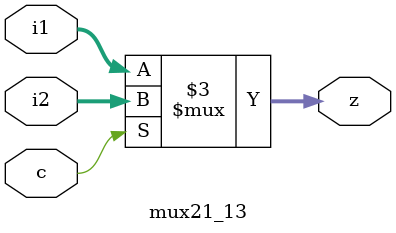
<source format=v>
`timescale 1ns / 1ps
/*
* A 2X1 13-bit MUX that sets z to i2 if c is 1
* and to i2 otherwise.
* Inputs: i1 and i2
* Control: c
* Output: z
*/
module mux21_13 (i1, i2, c, z);
input[12:0] i1, i2;
input c;
output[12:0] z;
reg[12:0] z;
always @ (c or i1 or i2)
begin
if (c)
begin
z = i2;
end
else
begin
z = i1;
end
end
endmodule

</source>
